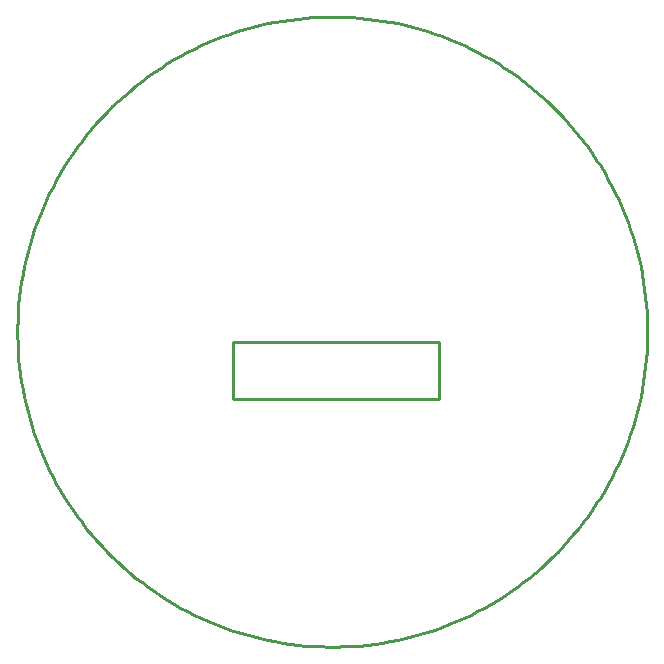
<source format=gbr>
G04 EAGLE Gerber RS-274X export*
G75*
%MOMM*%
%FSLAX34Y34*%
%LPD*%
%IN*%
%IPPOS*%
%AMOC8*
5,1,8,0,0,1.08239X$1,22.5*%
G01*
%ADD10C,0.254000*%


D10*
X266700Y-3273D02*
X266700Y3273D01*
X266539Y9817D01*
X266218Y16355D01*
X265737Y22884D01*
X265095Y29398D01*
X264294Y35895D01*
X263333Y42371D01*
X262214Y48820D01*
X260937Y55241D01*
X259503Y61628D01*
X257912Y67978D01*
X256166Y74287D01*
X254266Y80551D01*
X252212Y86767D01*
X250007Y92930D01*
X247651Y99038D01*
X245146Y105086D01*
X242493Y111070D01*
X239695Y116988D01*
X236751Y122835D01*
X233666Y128608D01*
X230439Y134304D01*
X227074Y139919D01*
X223571Y145449D01*
X219935Y150892D01*
X216165Y156244D01*
X212266Y161502D01*
X208238Y166663D01*
X204085Y171723D01*
X199810Y176680D01*
X195414Y181530D01*
X190900Y186271D01*
X186271Y190900D01*
X181530Y195414D01*
X176680Y199810D01*
X171723Y204085D01*
X166663Y208238D01*
X161502Y212266D01*
X156244Y216165D01*
X150892Y219935D01*
X145449Y223571D01*
X139919Y227074D01*
X134304Y230439D01*
X128608Y233666D01*
X122835Y236751D01*
X116988Y239695D01*
X111070Y242493D01*
X105086Y245146D01*
X99038Y247651D01*
X92930Y250007D01*
X86767Y252212D01*
X80551Y254266D01*
X74287Y256166D01*
X67978Y257912D01*
X61628Y259503D01*
X55241Y260937D01*
X48820Y262214D01*
X42371Y263333D01*
X35895Y264294D01*
X29398Y265095D01*
X22884Y265737D01*
X16355Y266218D01*
X9817Y266539D01*
X3273Y266700D01*
X-3273Y266700D01*
X-9817Y266539D01*
X-16355Y266218D01*
X-22884Y265737D01*
X-29398Y265095D01*
X-35895Y264294D01*
X-42371Y263333D01*
X-48820Y262214D01*
X-55241Y260937D01*
X-61628Y259503D01*
X-67978Y257912D01*
X-74287Y256166D01*
X-80551Y254266D01*
X-86767Y252212D01*
X-92930Y250007D01*
X-99038Y247651D01*
X-105086Y245146D01*
X-111070Y242493D01*
X-116988Y239695D01*
X-122835Y236751D01*
X-128608Y233666D01*
X-134304Y230439D01*
X-139919Y227074D01*
X-145449Y223571D01*
X-150892Y219935D01*
X-156244Y216165D01*
X-161502Y212266D01*
X-166663Y208238D01*
X-171723Y204085D01*
X-176680Y199810D01*
X-181530Y195414D01*
X-186271Y190900D01*
X-190900Y186271D01*
X-195414Y181530D01*
X-199810Y176680D01*
X-204085Y171723D01*
X-208238Y166663D01*
X-212266Y161502D01*
X-216165Y156244D01*
X-219935Y150892D01*
X-223571Y145449D01*
X-227074Y139919D01*
X-230439Y134304D01*
X-233666Y128608D01*
X-236751Y122835D01*
X-239695Y116988D01*
X-242493Y111070D01*
X-245146Y105086D01*
X-247651Y99038D01*
X-250007Y92930D01*
X-252212Y86767D01*
X-254266Y80551D01*
X-256166Y74287D01*
X-257912Y67978D01*
X-259503Y61628D01*
X-260937Y55241D01*
X-262214Y48820D01*
X-263333Y42371D01*
X-264294Y35895D01*
X-265095Y29398D01*
X-265737Y22884D01*
X-266218Y16355D01*
X-266539Y9817D01*
X-266700Y3273D01*
X-266700Y-3273D01*
X-266539Y-9817D01*
X-266218Y-16355D01*
X-265737Y-22884D01*
X-265095Y-29398D01*
X-264294Y-35895D01*
X-263333Y-42371D01*
X-262214Y-48820D01*
X-260937Y-55241D01*
X-259503Y-61628D01*
X-257912Y-67978D01*
X-256166Y-74287D01*
X-254266Y-80551D01*
X-252212Y-86767D01*
X-250007Y-92930D01*
X-247651Y-99038D01*
X-245146Y-105086D01*
X-242493Y-111070D01*
X-239695Y-116988D01*
X-236751Y-122835D01*
X-233666Y-128608D01*
X-230439Y-134304D01*
X-227074Y-139919D01*
X-223571Y-145449D01*
X-219935Y-150892D01*
X-216165Y-156244D01*
X-212266Y-161502D01*
X-208238Y-166663D01*
X-204085Y-171723D01*
X-199810Y-176680D01*
X-195414Y-181530D01*
X-190900Y-186271D01*
X-186271Y-190900D01*
X-181530Y-195414D01*
X-176680Y-199810D01*
X-171723Y-204085D01*
X-166663Y-208238D01*
X-161502Y-212266D01*
X-156244Y-216165D01*
X-150892Y-219935D01*
X-145449Y-223571D01*
X-139919Y-227074D01*
X-134304Y-230439D01*
X-128608Y-233666D01*
X-122835Y-236751D01*
X-116988Y-239695D01*
X-111070Y-242493D01*
X-105086Y-245146D01*
X-99038Y-247651D01*
X-92930Y-250007D01*
X-86767Y-252212D01*
X-80551Y-254266D01*
X-74287Y-256166D01*
X-67978Y-257912D01*
X-61628Y-259503D01*
X-55241Y-260937D01*
X-48820Y-262214D01*
X-42371Y-263333D01*
X-35895Y-264294D01*
X-29398Y-265095D01*
X-22884Y-265737D01*
X-16355Y-266218D01*
X-9817Y-266539D01*
X-3273Y-266700D01*
X3273Y-266700D01*
X9817Y-266539D01*
X16355Y-266218D01*
X22884Y-265737D01*
X29398Y-265095D01*
X35895Y-264294D01*
X42371Y-263333D01*
X48820Y-262214D01*
X55241Y-260937D01*
X61628Y-259503D01*
X67978Y-257912D01*
X74287Y-256166D01*
X80551Y-254266D01*
X86767Y-252212D01*
X92930Y-250007D01*
X99038Y-247651D01*
X105086Y-245146D01*
X111070Y-242493D01*
X116988Y-239695D01*
X122835Y-236751D01*
X128608Y-233666D01*
X134304Y-230439D01*
X139919Y-227074D01*
X145449Y-223571D01*
X150892Y-219935D01*
X156244Y-216165D01*
X161502Y-212266D01*
X166663Y-208238D01*
X171723Y-204085D01*
X176680Y-199810D01*
X181530Y-195414D01*
X186271Y-190900D01*
X190900Y-186271D01*
X195414Y-181530D01*
X199810Y-176680D01*
X204085Y-171723D01*
X208238Y-166663D01*
X212266Y-161502D01*
X216165Y-156244D01*
X219935Y-150892D01*
X223571Y-145449D01*
X227074Y-139919D01*
X230439Y-134304D01*
X233666Y-128608D01*
X236751Y-122835D01*
X239695Y-116988D01*
X242493Y-111070D01*
X245146Y-105086D01*
X247651Y-99038D01*
X250007Y-92930D01*
X252212Y-86767D01*
X254266Y-80551D01*
X256166Y-74287D01*
X257912Y-67978D01*
X259503Y-61628D01*
X260937Y-55241D01*
X262214Y-48820D01*
X263333Y-42371D01*
X264294Y-35895D01*
X265095Y-29398D01*
X265737Y-22884D01*
X266218Y-16355D01*
X266539Y-9817D01*
X266700Y-3273D01*
X-83820Y-57150D02*
X90170Y-57150D01*
X90170Y-8890D01*
X-83820Y-8890D01*
X-83820Y-57150D01*
M02*

</source>
